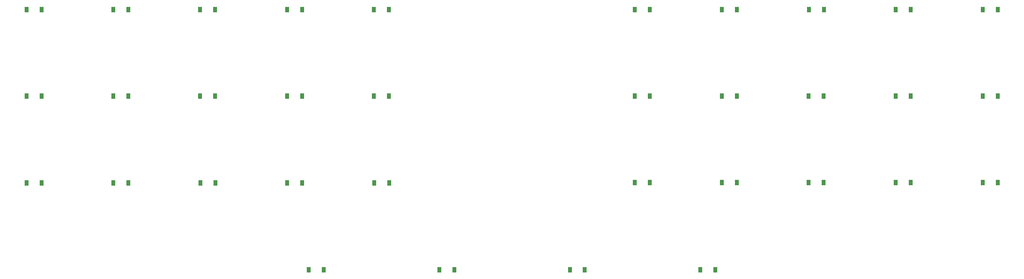
<source format=gtp>
G04 #@! TF.GenerationSoftware,KiCad,Pcbnew,6.0.7*
G04 #@! TF.CreationDate,2022-09-06T10:42:03+02:00*
G04 #@! TF.ProjectId,box_o_alps,626f785f-6f5f-4616-9c70-732e6b696361,rev?*
G04 #@! TF.SameCoordinates,Original*
G04 #@! TF.FileFunction,Paste,Top*
G04 #@! TF.FilePolarity,Positive*
%FSLAX46Y46*%
G04 Gerber Fmt 4.6, Leading zero omitted, Abs format (unit mm)*
G04 Created by KiCad (PCBNEW 6.0.7) date 2022-09-06 10:42:03*
%MOMM*%
%LPD*%
G01*
G04 APERTURE LIST*
%ADD10R,0.900000X1.200000*%
G04 APERTURE END LIST*
D10*
X165990000Y-79475000D03*
X162690000Y-79475000D03*
X70545000Y-79505000D03*
X67245000Y-79505000D03*
X51425000Y-41305000D03*
X48125000Y-41305000D03*
X51445000Y-79505000D03*
X48145000Y-79505000D03*
X32345000Y-60406250D03*
X29045000Y-60406250D03*
X51432500Y-60406250D03*
X48132500Y-60406250D03*
X89585000Y-41305000D03*
X86285000Y-41305000D03*
X181802500Y-41330000D03*
X185102500Y-41330000D03*
X181797500Y-60420000D03*
X185097500Y-60420000D03*
X185097500Y-79475000D03*
X181797500Y-79475000D03*
X108695000Y-60406250D03*
X105395000Y-60406250D03*
X108665000Y-41305000D03*
X105365000Y-41305000D03*
X70505000Y-41305000D03*
X67205000Y-41305000D03*
X162690000Y-41330000D03*
X165990000Y-41330000D03*
X162690000Y-60420000D03*
X165990000Y-60420000D03*
X108745000Y-79510000D03*
X105445000Y-79510000D03*
X200905000Y-60420000D03*
X204205000Y-60420000D03*
X70520000Y-60406250D03*
X67220000Y-60406250D03*
X242420000Y-79475000D03*
X239120000Y-79475000D03*
X239120000Y-60420000D03*
X242420000Y-60420000D03*
X239140000Y-41330000D03*
X242440000Y-41330000D03*
X32345000Y-41305000D03*
X29045000Y-41305000D03*
X204205000Y-79475000D03*
X200905000Y-79475000D03*
X220027500Y-41330000D03*
X223327500Y-41330000D03*
X220012500Y-60420000D03*
X223312500Y-60420000D03*
X91090000Y-98630000D03*
X94390000Y-98630000D03*
X177080000Y-98630000D03*
X180380000Y-98630000D03*
X32345000Y-79505000D03*
X29045000Y-79505000D03*
X223312500Y-79475000D03*
X220012500Y-79475000D03*
X89607500Y-60406250D03*
X86307500Y-60406250D03*
X89645000Y-79505000D03*
X86345000Y-79505000D03*
X200915000Y-41330000D03*
X204215000Y-41330000D03*
X148416666Y-98630000D03*
X151716666Y-98630000D03*
X119753333Y-98630000D03*
X123053333Y-98630000D03*
M02*

</source>
